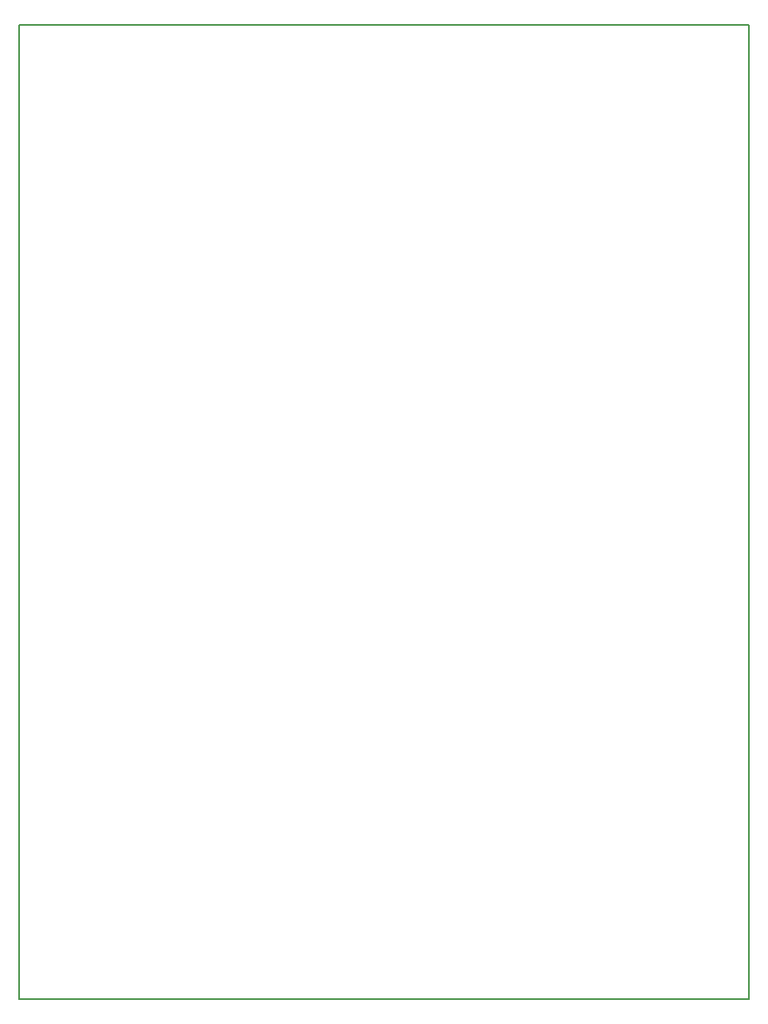
<source format=gbr>
G04 #@! TF.FileFunction,Profile,NP*
%FSLAX46Y46*%
G04 Gerber Fmt 4.6, Leading zero omitted, Abs format (unit mm)*
G04 Created by KiCad (PCBNEW 4.0.7) date 05/25/18 19:59:14*
%MOMM*%
%LPD*%
G01*
G04 APERTURE LIST*
%ADD10C,0.100000*%
%ADD11C,0.150000*%
G04 APERTURE END LIST*
D10*
D11*
X20574000Y-51816000D02*
X94996000Y-51816000D01*
X20574000Y-151130000D02*
X20574000Y-51816000D01*
X94996000Y-151130000D02*
X20574000Y-151130000D01*
X94996000Y-51816000D02*
X94996000Y-151130000D01*
M02*

</source>
